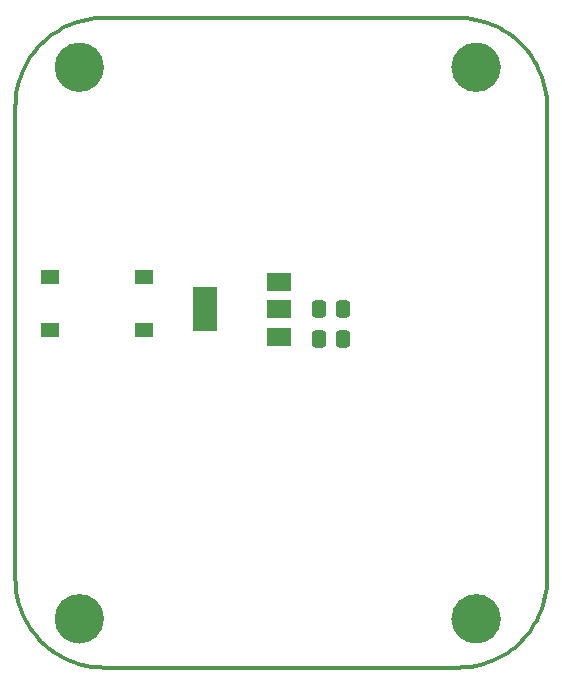
<source format=gbr>
%TF.GenerationSoftware,KiCad,Pcbnew,6.0.10+dfsg-1~bpo11+1*%
%TF.CreationDate,2023-01-29T22:13:57-06:00*%
%TF.ProjectId,Pedals,50656461-6c73-42e6-9b69-6361645f7063,rev?*%
%TF.SameCoordinates,Original*%
%TF.FileFunction,Paste,Bot*%
%TF.FilePolarity,Positive*%
%FSLAX46Y46*%
G04 Gerber Fmt 4.6, Leading zero omitted, Abs format (unit mm)*
G04 Created by KiCad (PCBNEW 6.0.10+dfsg-1~bpo11+1) date 2023-01-29 22:13:57*
%MOMM*%
%LPD*%
G01*
G04 APERTURE LIST*
G04 Aperture macros list*
%AMRoundRect*
0 Rectangle with rounded corners*
0 $1 Rounding radius*
0 $2 $3 $4 $5 $6 $7 $8 $9 X,Y pos of 4 corners*
0 Add a 4 corners polygon primitive as box body*
4,1,4,$2,$3,$4,$5,$6,$7,$8,$9,$2,$3,0*
0 Add four circle primitives for the rounded corners*
1,1,$1+$1,$2,$3*
1,1,$1+$1,$4,$5*
1,1,$1+$1,$6,$7*
1,1,$1+$1,$8,$9*
0 Add four rect primitives between the rounded corners*
20,1,$1+$1,$2,$3,$4,$5,0*
20,1,$1+$1,$4,$5,$6,$7,0*
20,1,$1+$1,$6,$7,$8,$9,0*
20,1,$1+$1,$8,$9,$2,$3,0*%
G04 Aperture macros list end*
%TA.AperFunction,Profile*%
%ADD10C,0.349999*%
%TD*%
%TA.AperFunction,Profile*%
%ADD11C,2.075000*%
%TD*%
%ADD12R,1.550000X1.300000*%
%ADD13RoundRect,0.250000X-0.337500X-0.475000X0.337500X-0.475000X0.337500X0.475000X-0.337500X0.475000X0*%
%ADD14R,2.000000X1.500000*%
%ADD15R,2.000000X3.800000*%
G04 APERTURE END LIST*
D10*
X125183550Y-75797418D02*
X125363960Y-75478420D01*
X166262042Y-73300778D02*
X166553182Y-73527581D01*
X124624190Y-121510361D02*
X124526193Y-121157226D01*
X124336701Y-78587814D02*
X124382194Y-78221573D01*
X161799997Y-71829097D02*
X162171901Y-71838314D01*
X129971872Y-126602905D02*
X129618736Y-126504908D01*
X131058717Y-71865797D02*
X131428097Y-71838314D01*
X169299997Y-79329097D02*
X169299997Y-119329097D01*
X168416448Y-75797418D02*
X168580885Y-76124473D01*
X126766193Y-124888857D02*
X126496700Y-124632400D01*
X129971872Y-72055289D02*
X130329990Y-71974539D01*
X167359757Y-74295289D02*
X167601514Y-74575913D01*
X163270007Y-71974539D02*
X163628126Y-72055289D01*
X169290780Y-119701000D02*
X169263297Y-120070380D01*
X163981261Y-126504908D02*
X163628126Y-126602905D01*
X124382194Y-78221573D02*
X124445443Y-77859086D01*
X131800000Y-126829097D02*
X131428097Y-126819879D01*
X127337956Y-73300778D02*
X127638996Y-73089185D01*
X131428097Y-126819879D02*
X131058717Y-126792397D01*
X126240242Y-74295289D02*
X126496700Y-74025796D01*
X165650675Y-125765138D02*
X165331676Y-125945548D01*
X169154555Y-120799107D02*
X169073805Y-121157226D01*
X168580885Y-76124473D02*
X168729094Y-76458971D01*
X124870904Y-76458971D02*
X125019113Y-76124473D01*
X166553182Y-73527581D02*
X166833806Y-73769338D01*
X163628126Y-72055289D02*
X163981261Y-72153286D01*
X127949323Y-72893056D02*
X128268322Y-72712646D01*
X168860820Y-121857898D02*
X168729094Y-122199223D01*
X125363960Y-123179774D02*
X125183550Y-122860776D01*
X167601514Y-124082282D02*
X167359757Y-124362906D01*
X129618736Y-126504908D02*
X129271199Y-126389919D01*
X124336701Y-120070380D02*
X124309218Y-119701000D01*
X130692477Y-71911290D02*
X131058717Y-71865797D01*
X161799997Y-126829097D02*
X131800000Y-126829097D01*
X125998484Y-124082282D02*
X125771682Y-123791142D01*
X169073805Y-77500968D02*
X169154555Y-77859086D01*
X163628126Y-126602905D02*
X163270007Y-126683655D01*
X168975808Y-77147833D02*
X169073805Y-77500968D01*
X164328798Y-126389919D02*
X163981261Y-126504908D01*
X127337956Y-125357417D02*
X127046816Y-125130614D01*
X124309218Y-119701000D02*
X124300001Y-119329097D01*
D11*
X130737500Y-76000000D02*
G75*
G03*
X130737500Y-76000000I-1037500J0D01*
G01*
D10*
X161799997Y-71829097D02*
X161799997Y-71829097D01*
X129618736Y-72153286D02*
X129971872Y-72055289D01*
X125771682Y-123791142D02*
X125560089Y-123490101D01*
X124300001Y-79329097D02*
X124309218Y-78957193D01*
X127046816Y-125130614D02*
X126766193Y-124888857D01*
X124739178Y-76800295D02*
X124870904Y-76458971D01*
X126496700Y-124632400D02*
X126240242Y-124362906D01*
X166553182Y-125130614D02*
X166262042Y-125357417D01*
X165650675Y-72893056D02*
X165961002Y-73089185D01*
X169263297Y-120070380D02*
X169217804Y-120436620D01*
X127638996Y-125569009D02*
X127337956Y-125357417D01*
X130329990Y-126683655D02*
X129971872Y-126602905D01*
X124739178Y-121857898D02*
X124624190Y-121510361D01*
X128595377Y-72548209D02*
X128929874Y-72400000D01*
X167103300Y-74025796D02*
X167359757Y-74295289D01*
X162541280Y-71865797D02*
X162907520Y-71911290D01*
X162171901Y-71838314D02*
X162541280Y-71865797D01*
X166833806Y-73769338D02*
X167103300Y-74025796D01*
X162907520Y-71911290D02*
X163270007Y-71974539D01*
X131058717Y-126792397D02*
X130692477Y-126746904D01*
X124382194Y-120436620D02*
X124336701Y-120070380D01*
X168729094Y-122199223D02*
X168580885Y-122533720D01*
X165961002Y-73089185D02*
X166262042Y-73300778D01*
X125560089Y-123490101D02*
X125363960Y-123179774D01*
X165004621Y-72548209D02*
X165331676Y-72712646D01*
X168729094Y-76458971D02*
X168860820Y-76800295D01*
X168416448Y-122860776D02*
X168236038Y-123179774D01*
X164670123Y-72400000D02*
X165004621Y-72548209D01*
X163981261Y-72153286D02*
X164328798Y-72268274D01*
X165331676Y-72712646D02*
X165650675Y-72893056D01*
X126766193Y-73769338D02*
X127046816Y-73527581D01*
X129271199Y-72268274D02*
X129618736Y-72153286D01*
X165331676Y-125945548D02*
X165004621Y-126109985D01*
X169299997Y-119329097D02*
X169290780Y-119701000D01*
X126240242Y-124362906D02*
X125998484Y-124082282D01*
X131800000Y-71829097D02*
X161799997Y-71829097D01*
X126496700Y-74025796D02*
X126766193Y-73769338D01*
X169073805Y-121157226D02*
X168975808Y-121510361D01*
X166262042Y-125357417D02*
X165961002Y-125569009D01*
D11*
X164337500Y-76000000D02*
G75*
G03*
X164337500Y-76000000I-1037500J0D01*
G01*
D10*
X168236038Y-123179774D02*
X168039910Y-123490101D01*
X169154555Y-77859086D02*
X169217804Y-78221573D01*
X169217804Y-120436620D02*
X169154555Y-120799107D01*
X129271199Y-126389919D02*
X128929874Y-126258193D01*
X167828317Y-123791142D02*
X167601514Y-124082282D01*
X124445443Y-77859086D02*
X124526193Y-77500968D01*
X128268322Y-125945548D02*
X127949323Y-125765138D01*
X165004621Y-126109985D02*
X164670123Y-126258193D01*
X168236038Y-75478420D02*
X168416448Y-75797418D01*
X130329990Y-71974539D02*
X130692477Y-71911290D01*
X126496700Y-124632400D02*
X126496700Y-124632400D01*
X124526193Y-77500968D02*
X124624190Y-77147833D01*
X168975808Y-121510361D02*
X168860820Y-121857898D01*
X124526193Y-121157226D02*
X124445443Y-120799107D01*
X169290780Y-78957193D02*
X169299997Y-79329097D01*
X131428097Y-71838314D02*
X131800000Y-71829097D01*
X127046816Y-73527581D02*
X127337956Y-73300778D01*
X131800000Y-71829097D02*
X131800000Y-71829097D01*
X166833806Y-124888857D02*
X166553182Y-125130614D01*
X125183550Y-122860776D02*
X125019113Y-122533720D01*
X162541280Y-126792397D02*
X162171901Y-126819879D01*
X125771682Y-74867052D02*
X125998484Y-74575913D01*
X127638996Y-73089185D02*
X127949323Y-72893056D01*
X128929874Y-126258193D02*
X128595377Y-126109985D01*
X168039910Y-75168093D02*
X168236038Y-75478420D01*
X169299997Y-79329097D02*
X169299997Y-79329097D01*
X130692477Y-126746904D02*
X130329990Y-126683655D01*
X163270007Y-126683655D02*
X162907520Y-126746904D01*
X161799997Y-126829097D02*
X161799997Y-126829097D01*
D11*
X130737500Y-122700000D02*
G75*
G03*
X130737500Y-122700000I-1037500J0D01*
G01*
D10*
X167359757Y-124362906D02*
X167103300Y-124632400D01*
X124624190Y-77147833D02*
X124739178Y-76800295D01*
X125560089Y-75168093D02*
X125771682Y-74867052D01*
X125998484Y-74575913D02*
X126240242Y-74295289D01*
X167828317Y-74867052D02*
X168039910Y-75168093D01*
X165961002Y-125569009D02*
X165650675Y-125765138D01*
X127949323Y-125765138D02*
X127638996Y-125569009D01*
X125363960Y-75478420D02*
X125560089Y-75168093D01*
X128595377Y-126109985D02*
X128268322Y-125945548D01*
X164670123Y-126258193D02*
X164328798Y-126389919D01*
X131800000Y-126829097D02*
X131800000Y-126829097D01*
X168580885Y-122533720D02*
X168416448Y-122860776D01*
X124445443Y-120799107D02*
X124382194Y-120436620D01*
X167103300Y-74025796D02*
X167103300Y-74025796D01*
X128268322Y-72712646D02*
X128595377Y-72548209D01*
D11*
X164337500Y-122700000D02*
G75*
G03*
X164337500Y-122700000I-1037500J0D01*
G01*
D10*
X169263297Y-78587814D02*
X169290780Y-78957193D01*
X169299997Y-119329097D02*
X169299997Y-119329097D01*
X168039910Y-123490101D02*
X167828317Y-123791142D01*
X162907520Y-126746904D02*
X162541280Y-126792397D01*
X124300001Y-79329097D02*
X124300001Y-79329097D01*
X124309218Y-78957193D02*
X124336701Y-78587814D01*
X168860820Y-76800295D02*
X168975808Y-77147833D01*
X125019113Y-122533720D02*
X124870904Y-122199223D01*
X164328798Y-72268274D02*
X164670123Y-72400000D01*
X128929874Y-72400000D02*
X129271199Y-72268274D01*
X126496700Y-74025796D02*
X126496700Y-74025796D01*
X162171901Y-126819879D02*
X161799997Y-126829097D01*
X124870904Y-122199223D02*
X124739178Y-121857898D01*
X124300001Y-119329097D02*
X124300001Y-79329097D01*
X167103300Y-124632400D02*
X166833806Y-124888857D01*
X167601514Y-74575913D02*
X167828317Y-74867052D01*
X167103300Y-124632400D02*
X167103300Y-124632400D01*
X169217804Y-78221573D02*
X169263297Y-78587814D01*
X125019113Y-76124473D02*
X125183550Y-75797418D01*
D12*
%TO.C,MODE1*%
X127225000Y-93750000D03*
X135175000Y-93750000D03*
X135175000Y-98250000D03*
X127225000Y-98250000D03*
%TD*%
D13*
%TO.C,C4*%
X149962500Y-99000000D03*
X152037500Y-99000000D03*
%TD*%
%TO.C,C5*%
X149962500Y-96500000D03*
X152037500Y-96500000D03*
%TD*%
D14*
%TO.C,U2*%
X146650000Y-94200000D03*
X146650000Y-96500000D03*
D15*
X140350000Y-96500000D03*
D14*
X146650000Y-98800000D03*
%TD*%
M02*

</source>
